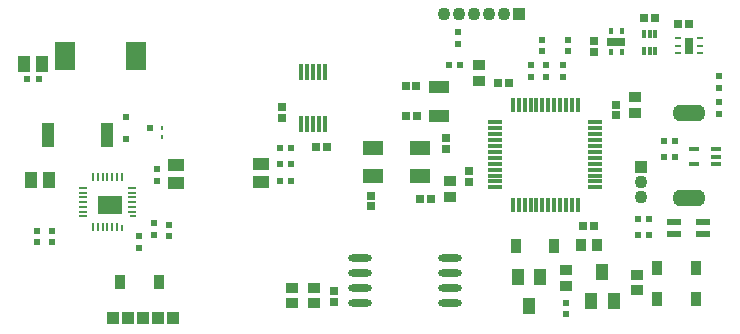
<source format=gbr>
%TF.GenerationSoftware,Altium Limited,Altium Designer,20.2.6 (244)*%
G04 Layer_Color=255*
%FSLAX45Y45*%
%MOMM*%
%TF.SameCoordinates,BE144905-350C-4E41-9AB6-63F68E724E9C*%
%TF.FilePolarity,Positive*%
%TF.FileFunction,Pads,Top*%
%TF.Part,Single*%
G01*
G75*
%TA.AperFunction,SMDPad,CuDef*%
%ADD10R,1.20000X0.30000*%
%ADD11R,0.30000X1.20000*%
%ADD12R,1.80000X1.00000*%
%ADD13R,0.91000X1.22000*%
%ADD14R,0.64000X0.64000*%
%ADD15R,1.00000X0.90000*%
%ADD16R,0.64000X0.64000*%
%ADD17R,0.55000X0.60000*%
%ADD18R,0.60000X0.55000*%
%ADD19R,0.35000X0.55000*%
%ADD20R,1.60000X0.70000*%
%ADD21R,0.35000X0.75000*%
%ADD22R,0.65000X1.35000*%
%ADD23R,0.50000X0.25000*%
%ADD24R,1.20000X0.60000*%
%ADD25R,0.90000X1.00000*%
%ADD26R,1.00000X1.40000*%
%ADD27R,1.40000X1.10000*%
%ADD28R,1.00000X2.00000*%
%ADD29R,0.50000X0.60000*%
%ADD30R,1.10000X1.40000*%
%ADD31R,0.60000X0.50000*%
%ADD32R,2.00000X1.50000*%
%ADD33R,0.50000X0.20000*%
%ADD34R,0.65000X0.20000*%
%ADD35R,0.20000X0.50000*%
%ADD36R,0.20000X0.65000*%
%ADD37R,0.25000X0.36000*%
%ADD38R,1.80000X2.40000*%
%ADD39R,1.80000X1.20000*%
%ADD40R,0.30000X1.45000*%
%ADD41R,0.85000X0.40000*%
%ADD42O,2.00000X0.60000*%
%TA.AperFunction,ComponentPad*%
%ADD50C,1.10000*%
%ADD51R,1.10000X1.10000*%
G04:AMPARAMS|DCode=52|XSize=1.1mm|YSize=1.1mm|CornerRadius=0.275mm|HoleSize=0mm|Usage=FLASHONLY|Rotation=270.000|XOffset=0mm|YOffset=0mm|HoleType=Round|Shape=RoundedRectangle|*
%AMROUNDEDRECTD52*
21,1,1.10000,0.55000,0,0,270.0*
21,1,0.55000,1.10000,0,0,270.0*
1,1,0.55000,-0.27500,-0.27500*
1,1,0.55000,-0.27500,0.27500*
1,1,0.55000,0.27500,0.27500*
1,1,0.55000,0.27500,-0.27500*
%
%ADD52ROUNDEDRECTD52*%
G04:AMPARAMS|DCode=53|XSize=1.1mm|YSize=1.1mm|CornerRadius=0.1375mm|HoleSize=0mm|Usage=FLASHONLY|Rotation=270.000|XOffset=0mm|YOffset=0mm|HoleType=Round|Shape=RoundedRectangle|*
%AMROUNDEDRECTD53*
21,1,1.10000,0.82500,0,0,270.0*
21,1,0.82500,1.10000,0,0,270.0*
1,1,0.27500,-0.41250,-0.41250*
1,1,0.27500,-0.41250,0.41250*
1,1,0.27500,0.41250,0.41250*
1,1,0.27500,0.41250,-0.41250*
%
%ADD53ROUNDEDRECTD53*%
%ADD54O,2.80000X1.40000*%
%ADD55R,1.10000X1.10000*%
D10*
X4292475Y1845050D02*
D03*
Y1795050D02*
D03*
Y1745050D02*
D03*
Y1695050D02*
D03*
Y1645050D02*
D03*
Y1595050D02*
D03*
Y1545050D02*
D03*
Y1495050D02*
D03*
Y1445050D02*
D03*
Y1395050D02*
D03*
Y1345050D02*
D03*
Y1295050D02*
D03*
X5142475D02*
D03*
Y1345050D02*
D03*
Y1395050D02*
D03*
Y1445050D02*
D03*
Y1495050D02*
D03*
Y1545050D02*
D03*
Y1595050D02*
D03*
Y1645050D02*
D03*
Y1695050D02*
D03*
Y1745050D02*
D03*
Y1795050D02*
D03*
Y1845050D02*
D03*
D11*
X4442475Y1145050D02*
D03*
X4492475D02*
D03*
X4542475D02*
D03*
X4592475D02*
D03*
X4642475D02*
D03*
X4692475D02*
D03*
X4742475D02*
D03*
X4792475D02*
D03*
X4842475D02*
D03*
X4892475D02*
D03*
X4942475D02*
D03*
X4992475D02*
D03*
Y1995050D02*
D03*
X4942475D02*
D03*
X4892475D02*
D03*
X4842475D02*
D03*
X4792475D02*
D03*
X4742475D02*
D03*
X4692475D02*
D03*
X4642475D02*
D03*
X4592475D02*
D03*
X4542475D02*
D03*
X4492475D02*
D03*
X4442475D02*
D03*
D12*
X3820000Y1895725D02*
D03*
Y2145725D02*
D03*
D13*
X5666500Y350000D02*
D03*
X5993500D02*
D03*
X5666500Y610000D02*
D03*
X5993500D02*
D03*
X1116500Y490000D02*
D03*
X1443500D02*
D03*
X4793500Y800000D02*
D03*
X4466500D02*
D03*
D14*
X4070000Y1344000D02*
D03*
Y1436000D02*
D03*
X3240000Y1134000D02*
D03*
Y1226000D02*
D03*
X3880000Y1716000D02*
D03*
Y1624000D02*
D03*
X5128794Y2444000D02*
D03*
Y2536000D02*
D03*
X2930000Y324000D02*
D03*
Y416000D02*
D03*
X2487475Y1880000D02*
D03*
Y1972000D02*
D03*
X5320000Y1904000D02*
D03*
Y1996000D02*
D03*
D15*
X3910000Y1212500D02*
D03*
Y1347500D02*
D03*
X4157475Y2200076D02*
D03*
Y2335076D02*
D03*
X5477525Y2060000D02*
D03*
Y1925000D02*
D03*
X5489975Y422500D02*
D03*
Y557500D02*
D03*
X4890000Y462500D02*
D03*
Y597500D02*
D03*
X2760000Y312500D02*
D03*
Y447500D02*
D03*
X2574974Y312500D02*
D03*
Y447500D02*
D03*
D16*
X3660000Y1200000D02*
D03*
X3752000D02*
D03*
X3534000Y2150000D02*
D03*
X3626000D02*
D03*
X3536475Y1900000D02*
D03*
X3628475D02*
D03*
X5844000Y2675041D02*
D03*
X5936000D02*
D03*
X5130000Y967525D02*
D03*
X5038000D02*
D03*
X2866000Y1640000D02*
D03*
X2774000D02*
D03*
X5554000Y2730000D02*
D03*
X5646000D02*
D03*
X4407475Y2180051D02*
D03*
X4315475D02*
D03*
D17*
X3900000Y2330000D02*
D03*
X3995000D02*
D03*
X5815000Y1685025D02*
D03*
X5720000D02*
D03*
X5817500Y1550000D02*
D03*
X5722500D02*
D03*
X5500000Y1030000D02*
D03*
X5595000D02*
D03*
X5502500Y894975D02*
D03*
X5597500D02*
D03*
X2562525Y1625025D02*
D03*
X2467525D02*
D03*
X2562525Y1490000D02*
D03*
X2467525D02*
D03*
X2562525Y1350000D02*
D03*
X2467525D02*
D03*
D18*
X3980000Y2512500D02*
D03*
Y2607500D02*
D03*
X4687475Y2542576D02*
D03*
Y2447576D02*
D03*
X4592450Y2232551D02*
D03*
Y2327551D02*
D03*
X4727475Y2232551D02*
D03*
Y2327551D02*
D03*
X4867384Y2232551D02*
D03*
Y2327551D02*
D03*
X4907475Y2542577D02*
D03*
Y2447577D02*
D03*
X6190000Y2140000D02*
D03*
Y2235000D02*
D03*
X4890000Y315000D02*
D03*
Y220000D02*
D03*
X6190000Y2015000D02*
D03*
Y1920000D02*
D03*
D19*
X5270000Y2437500D02*
D03*
X5370000D02*
D03*
Y2622500D02*
D03*
X5270000D02*
D03*
D20*
X5320000Y2530000D02*
D03*
D21*
X5550000Y2450000D02*
D03*
X5600000D02*
D03*
X5650000D02*
D03*
Y2590000D02*
D03*
X5600000D02*
D03*
X5550000D02*
D03*
D22*
X5935001Y2495001D02*
D03*
D23*
X6030001Y2560001D02*
D03*
Y2495001D02*
D03*
Y2430001D02*
D03*
X5840001D02*
D03*
Y2495001D02*
D03*
Y2560001D02*
D03*
D24*
X5810000Y1000000D02*
D03*
Y900000D02*
D03*
X6050000D02*
D03*
Y1000000D02*
D03*
D25*
X5157500Y810000D02*
D03*
X5022500D02*
D03*
D26*
X5105000Y332500D02*
D03*
X5295000D02*
D03*
X5200000Y577500D02*
D03*
X4674974Y537500D02*
D03*
X4484975D02*
D03*
X4579974Y292500D02*
D03*
D27*
X2310000Y1340000D02*
D03*
Y1490000D02*
D03*
X1590025Y1335000D02*
D03*
Y1485000D02*
D03*
D28*
X1010000Y1740000D02*
D03*
X510000D02*
D03*
D29*
X430000Y2210000D02*
D03*
X330000D02*
D03*
D30*
X455000Y2340000D02*
D03*
X305000D02*
D03*
X515000Y1359975D02*
D03*
X365000D02*
D03*
D31*
X1280000Y780000D02*
D03*
Y880000D02*
D03*
X1405025Y990000D02*
D03*
Y890000D02*
D03*
X1530050Y980000D02*
D03*
Y880000D02*
D03*
X540000Y830000D02*
D03*
Y930000D02*
D03*
X410000Y830000D02*
D03*
Y930000D02*
D03*
X1430000Y1350000D02*
D03*
Y1450000D02*
D03*
X1370000Y1800000D02*
D03*
X1170000Y1705000D02*
D03*
Y1895000D02*
D03*
D32*
X1030000Y1150000D02*
D03*
D33*
X1227500Y1050000D02*
D03*
D34*
X1220000Y1290000D02*
D03*
Y1250000D02*
D03*
Y1210000D02*
D03*
Y1170000D02*
D03*
Y1130000D02*
D03*
Y1090000D02*
D03*
X800000Y1050000D02*
D03*
Y1090000D02*
D03*
Y1130000D02*
D03*
Y1170000D02*
D03*
Y1210000D02*
D03*
Y1250000D02*
D03*
Y1290000D02*
D03*
D35*
X1130000Y952500D02*
D03*
D36*
X1090000Y960000D02*
D03*
X1050000D02*
D03*
X1010000D02*
D03*
X970000D02*
D03*
X930000D02*
D03*
X890000D02*
D03*
Y1380000D02*
D03*
X930000D02*
D03*
X970000D02*
D03*
X1130000D02*
D03*
X1090000D02*
D03*
X1050000D02*
D03*
X1010000D02*
D03*
D37*
X1470000Y1800000D02*
D03*
Y1720000D02*
D03*
D38*
X1250000Y2410000D02*
D03*
X650000D02*
D03*
D39*
X3660000Y1630725D02*
D03*
X3260000Y1390725D02*
D03*
X3660000D02*
D03*
X3260000Y1630725D02*
D03*
D40*
X2650000Y2270001D02*
D03*
X2850000D02*
D03*
X2800000D02*
D03*
X2750000D02*
D03*
X2700000D02*
D03*
X2650000Y1830000D02*
D03*
X2700000D02*
D03*
X2750000D02*
D03*
X2800000D02*
D03*
X2850000D02*
D03*
D41*
X6165000Y1490000D02*
D03*
Y1555000D02*
D03*
Y1620000D02*
D03*
X5980000D02*
D03*
Y1490000D02*
D03*
D42*
X3910000Y319500D02*
D03*
X3150000Y700500D02*
D03*
Y319500D02*
D03*
Y573500D02*
D03*
Y446499D02*
D03*
X3910000Y573500D02*
D03*
Y700500D02*
D03*
Y446500D02*
D03*
D50*
X3856000Y2760000D02*
D03*
X3983000D02*
D03*
X4110000D02*
D03*
X4237000D02*
D03*
X4364000D02*
D03*
X5530000Y1213000D02*
D03*
Y1340000D02*
D03*
D51*
X4491000Y2760000D02*
D03*
D52*
X1056000Y190000D02*
D03*
X1183000D02*
D03*
X1310000D02*
D03*
X1437000D02*
D03*
D53*
X1564000D02*
D03*
D54*
X5931000Y1207500D02*
D03*
Y1922500D02*
D03*
D55*
X5530000Y1467000D02*
D03*
%TF.MD5,190ff14a4975d015b36083bb3a6fb78f*%
M02*

</source>
